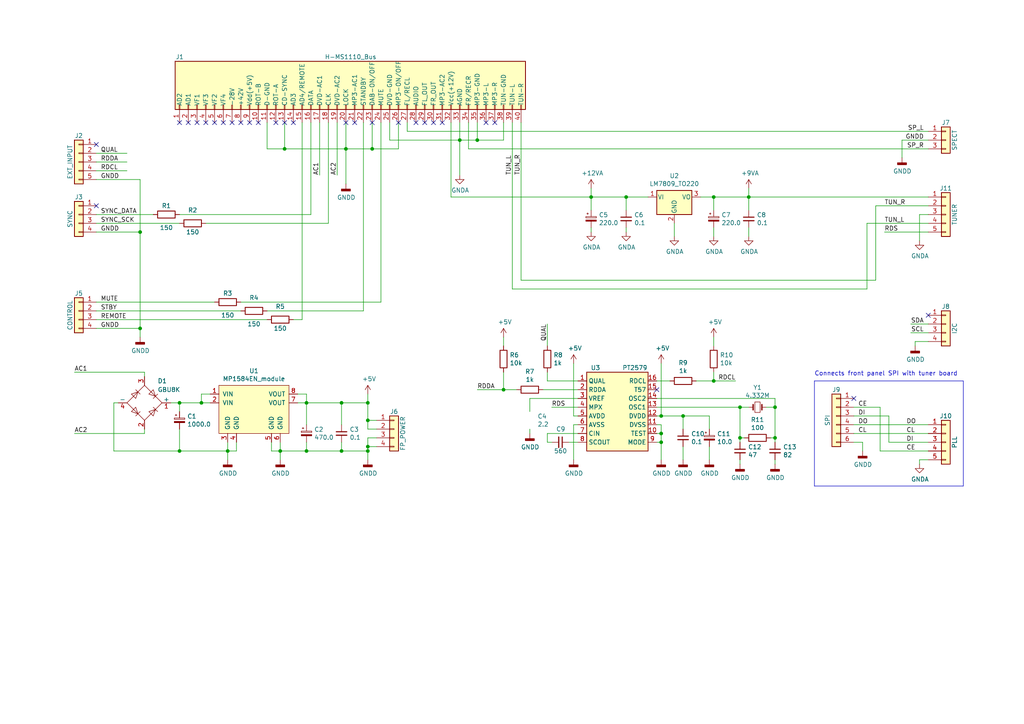
<source format=kicad_sch>
(kicad_sch (version 20230121) (generator eeschema)
  (paper "A4")
  (lib_symbols
    (symbol "Connector_Generic:Conn_01x03" (pin_names (offset 1.016) hide)
      (property "Reference" "J" (at 0 5.08 0))
      (property "Value" "Conn_01x03" (at 0 -5.08 0))
      (symbol "Conn_01x03_1_1"
        (rectangle (start -1.27 -2.413) (end 0 -2.667) (stroke (width 0.1524)))
        (rectangle (start -1.27 0.127) (end 0 -0.127) (stroke (width 0.1524)))
        (rectangle (start -1.27 2.667) (end 0 2.413) (stroke (width 0.1524)))
        (rectangle (start -1.27 3.81) (end 1.27 -3.81) (stroke (width 0.254)) (fill (type background)))
        (pin passive line (at -5.08 2.54 0) (length 3.81) (name "Pin_1") (number "1"))
        (pin passive line (at -5.08 0 0) (length 3.81) (name "Pin_2") (number "2"))
        (pin passive line (at -5.08 -2.54 0) (length 3.81) (name "Pin_3") (number "3"))
      )
    )
    (symbol "Connector_Generic:Conn_01x04" (pin_names (offset 1.016) hide)
      (property "Reference" "J" (at 0 5.08 0))
      (property "Value" "Conn_01x04" (at 0 -7.62 0))
      (symbol "Conn_01x04_1_1"
        (rectangle (start -1.27 -4.953) (end 0 -5.207) (stroke (width 0.1524)))
        (rectangle (start -1.27 -2.413) (end 0 -2.667) (stroke (width 0.1524)))
        (rectangle (start -1.27 0.127) (end 0 -0.127) (stroke (width 0.1524)))
        (rectangle (start -1.27 2.667) (end 0 2.413) (stroke (width 0.1524)))
        (rectangle (start -1.27 3.81) (end 1.27 -6.35) (stroke (width 0.254)) (fill (type background)))
        (pin passive line (at -5.08 2.54 0) (length 3.81) (name "Pin_1") (number "1"))
        (pin passive line (at -5.08 0 0) (length 3.81) (name "Pin_2") (number "2"))
        (pin passive line (at -5.08 -2.54 0) (length 3.81) (name "Pin_3") (number "3"))
        (pin passive line (at -5.08 -5.08 0) (length 3.81) (name "Pin_4") (number "4"))
      )
    )
    (symbol "Connector_Generic:Conn_01x05" (pin_names (offset 1.016) hide)
      (property "Reference" "J" (at 0 7.62 0))
      (property "Value" "Conn_01x05" (at 0 -7.62 0))
      (symbol "Conn_01x05_1_1"
        (rectangle (start -1.27 -4.953) (end 0 -5.207) (stroke (width 0.1524)))
        (rectangle (start -1.27 -2.413) (end 0 -2.667) (stroke (width 0.1524)))
        (rectangle (start -1.27 0.127) (end 0 -0.127) (stroke (width 0.1524)))
        (rectangle (start -1.27 2.667) (end 0 2.413) (stroke (width 0.1524)))
        (rectangle (start -1.27 5.207) (end 0 4.953) (stroke (width 0.1524)))
        (rectangle (start -1.27 6.35) (end 1.27 -6.35) (stroke (width 0.254)) (fill (type background)))
        (pin passive line (at -5.08 5.08 0) (length 3.81) (name "Pin_1") (number "1"))
        (pin passive line (at -5.08 2.54 0) (length 3.81) (name "Pin_2") (number "2"))
        (pin passive line (at -5.08 0 0) (length 3.81) (name "Pin_3") (number "3"))
        (pin passive line (at -5.08 -2.54 0) (length 3.81) (name "Pin_4") (number "4"))
        (pin passive line (at -5.08 -5.08 0) (length 3.81) (name "Pin_5") (number "5"))
      )
    )
    (symbol "Connector_Generic:Conn_01x06" (pin_names (offset 1.016) hide)
      (property "Reference" "J" (at 0 7.62 0))
      (property "Value" "Conn_01x06" (at 0 -10.16 0))
      (symbol "Conn_01x06_1_1"
        (rectangle (start -1.27 -7.493) (end 0 -7.747) (stroke (width 0.1524)))
        (rectangle (start -1.27 -4.953) (end 0 -5.207) (stroke (width 0.1524)))
        (rectangle (start -1.27 -2.413) (end 0 -2.667) (stroke (width 0.1524)))
        (rectangle (start -1.27 0.127) (end 0 -0.127) (stroke (width 0.1524)))
        (rectangle (start -1.27 2.667) (end 0 2.413) (stroke (width 0.1524)))
        (rectangle (start -1.27 5.207) (end 0 4.953) (stroke (width 0.1524)))
        (rectangle (start -1.27 6.35) (end 1.27 -8.89) (stroke (width 0.254)) (fill (type background)))
        (pin passive line (at -5.08 5.08 0) (length 3.81) (name "Pin_1") (number "1"))
        (pin passive line (at -5.08 2.54 0) (length 3.81) (name "Pin_2") (number "2"))
        (pin passive line (at -5.08 0 0) (length 3.81) (name "Pin_3") (number "3"))
        (pin passive line (at -5.08 -2.54 0) (length 3.81) (name "Pin_4") (number "4"))
        (pin passive line (at -5.08 -5.08 0) (length 3.81) (name "Pin_5") (number "5"))
        (pin passive line (at -5.08 -7.62 0) (length 3.81) (name "Pin_6") (number "6"))
      )
    )
    (symbol "Device:C_Polarized_Small" (pin_numbers hide) (pin_names (offset 0.254) hide)
      (property "Reference" "C" (at 0.254 1.778 0))
      (property "Value" "C_Polarized_Small" (at 0.254 -2.032 0))
      (symbol "C_Polarized_Small_0_1"
        (rectangle (start -1.524 -0.3048) (end 1.524 -0.6858) (fill (type outline)))
        (rectangle (start -1.524 0.6858) (end 1.524 0.3048))
        (polyline (pts (xy -1.27 1.524) (xy -0.762 1.524)))
        (polyline (pts (xy -1.016 1.27) (xy -1.016 1.778)))
      )
      (symbol "C_Polarized_Small_1_1"
        (pin passive line (at 0 2.54 270) (length 1.8542) (name "~") (number "1"))
        (pin passive line (at 0 -2.54 90) (length 1.8542) (name "~") (number "2"))
      )
    )
    (symbol "Device:C_Small" (pin_numbers hide) (pin_names (offset 0.254) hide)
      (property "Reference" "C" (at 0.254 1.778 0))
      (property "Value" "C_Small" (at 0.254 -2.032 0))
      (symbol "C_Small_0_1"
        (polyline (pts (xy -1.524 -0.508) (xy 1.524 -0.508)) (stroke (width 0.3302)))
        (polyline (pts (xy -1.524 0.508) (xy 1.524 0.508)) (stroke (width 0.3048)))
      )
      (symbol "C_Small_1_1"
        (pin passive line (at 0 2.54 270) (length 2.032) (name "~") (number "1"))
        (pin passive line (at 0 -2.54 90) (length 2.032) (name "~") (number "2"))
      )
    )
    (symbol "Device:Crystal_Small" (pin_numbers hide) (pin_names (offset 1.016) hide)
      (property "Reference" "Y" (at 0 2.54 0))
      (property "Value" "Crystal_Small" (at 0 -2.54 0))
      (symbol "Crystal_Small_0_1"
        (rectangle (start -0.762 -1.524) (end 0.762 1.524))
        (polyline (pts (xy -1.27 -0.762) (xy -1.27 0.762)) (stroke (width 0.381)))
        (polyline (pts (xy 1.27 -0.762) (xy 1.27 0.762)) (stroke (width 0.381)))
      )
      (symbol "Crystal_Small_1_1"
        (pin passive line (at -2.54 0 0) (length 1.27) (name "1") (number "1"))
        (pin passive line (at 2.54 0 180) (length 1.27) (name "2") (number "2"))
      )
    )
    (symbol "Device:R" (pin_numbers hide) (pin_names (offset 0))
      (property "Reference" "R" (at 2.032 0 90))
      (property "Value" "R" (at 0 0 90))
      (symbol "R_0_1"
        (rectangle (start -1.016 -2.54) (end 1.016 2.54) (stroke (width 0.254)))
      )
      (symbol "R_1_1"
        (pin passive line (at 0 3.81 270) (length 1.27) (name "~") (number "1"))
        (pin passive line (at 0 -3.81 90) (length 1.27) (name "~") (number "2"))
      )
    )
    (symbol "Diode_Bridge:GBU8K" (pin_names (offset 0))
      (property "Reference" "D" (at 2.54 6.985 0))
      (property "Value" "GBU8K" (at 2.54 5.08 0))
      (symbol "GBU8K_0_1"
        (polyline (pts (xy -2.54 3.81) (xy -1.27 2.54)))
        (polyline (pts (xy -1.27 -2.54) (xy -2.54 -3.81)))
        (polyline (pts (xy 2.54 -1.27) (xy 3.81 -2.54)))
        (polyline (pts (xy 2.54 1.27) (xy 3.81 2.54)))
        (polyline (pts (xy -3.81 2.54) (xy -2.54 1.27) (xy -1.905 3.175) (xy -3.81 2.54)))
        (polyline (pts (xy -2.54 -1.27) (xy -3.81 -2.54) (xy -1.905 -3.175) (xy -2.54 -1.27)))
        (polyline (pts (xy 1.27 2.54) (xy 2.54 3.81) (xy 3.175 1.905) (xy 1.27 2.54)))
        (polyline (pts (xy 3.175 -1.905) (xy 1.27 -2.54) (xy 2.54 -3.81) (xy 3.175 -1.905)))
        (polyline (pts (xy -5.08 0) (xy 0 -5.08) (xy 5.08 0) (xy 0 5.08) (xy -5.08 0)))
      )
      (symbol "GBU8K_1_1"
        (pin passive line (at 7.62 0 180) (length 2.54) (name "+") (number "1"))
        (pin passive line (at 0 -7.62 90) (length 2.54) (name "~") (number "2"))
        (pin passive line (at 0 7.62 270) (length 2.54) (name "~") (number "3"))
        (pin passive line (at -7.62 0 0) (length 2.54) (name "-") (number "4"))
      )
    )
    (symbol "Regulator_Linear:LM7809_TO220" (pin_names (offset 0.254))
      (property "Reference" "U" (at -3.81 3.175 0))
      (property "Value" "LM7809_TO220" (at 0 3.175 0))
      (symbol "LM7809_TO220_0_1"
        (rectangle (start -5.08 1.905) (end 5.08 -5.08) (stroke (width 0.254)) (fill (type background)))
      )
      (symbol "LM7809_TO220_1_1"
        (pin power_in line (at -7.62 0 0) (length 2.54) (name "VI") (number "1"))
        (pin power_in line (at 0 -7.62 90) (length 2.54) (name "GND") (number "2"))
        (pin power_out line (at 7.62 0 180) (length 2.54) (name "VO") (number "3"))
      )
    )
    (symbol "h-ms1110:H-MS1110_Bus_connector" (pin_names (offset 1.016))
      (property "Reference" "J" (at -5.08 50.8 0))
      (property "Value" "H-MS1110_Bus_connector" (at -5.08 -53.34 0))
      (symbol "H-MS1110_Bus_connector_1_1"
        (rectangle (start -6.35 -50.673) (end -5.08 -50.927) (stroke (width 0.1524)))
        (rectangle (start -6.35 -48.133) (end -5.08 -48.387) (stroke (width 0.1524)))
        (rectangle (start -6.35 -45.593) (end -5.08 -45.847) (stroke (width 0.1524)))
        (rectangle (start -6.35 -43.053) (end -5.08 -43.307) (stroke (width 0.1524)))
        (rectangle (start -6.35 -40.513) (end -5.08 -40.767) (stroke (width 0.1524)))
        (rectangle (start -6.35 -37.973) (end -5.08 -38.227) (stroke (width 0.1524)))
        (rectangle (start -6.35 -35.433) (end -5.08 -35.687) (stroke (width 0.1524)))
        (rectangle (start -6.35 -32.893) (end -5.08 -33.147) (stroke (width 0.1524)))
        (rectangle (start -6.35 -30.353) (end -5.08 -30.607) (stroke (width 0.1524)))
        (rectangle (start -6.35 -27.813) (end -5.08 -28.067) (stroke (width 0.1524)))
        (rectangle (start -6.35 -25.273) (end -5.08 -25.527) (stroke (width 0.1524)))
        (rectangle (start -6.35 -22.733) (end -5.08 -22.987) (stroke (width 0.1524)))
        (rectangle (start -6.35 -20.193) (end -5.08 -20.447) (stroke (width 0.1524)))
        (rectangle (start -6.35 -17.653) (end -5.08 -17.907) (stroke (width 0.1524)))
        (rectangle (start -6.35 -15.113) (end -5.08 -15.367) (stroke (width 0.1524)))
        (rectangle (start -6.35 -12.573) (end -5.08 -12.827) (stroke (width 0.1524)))
        (rectangle (start -6.35 -10.033) (end -5.08 -10.287) (stroke (width 0.1524)))
        (rectangle (start -6.35 -7.493) (end -5.08 -7.747) (stroke (width 0.1524)))
        (rectangle (start -6.35 -4.953) (end -5.08 -5.207) (stroke (width 0.1524)))
        (rectangle (start -6.35 -2.413) (end -5.08 -2.667) (stroke (width 0.1524)))
        (rectangle (start -6.35 0.127) (end -5.08 -0.127) (stroke (width 0.1524)))
        (rectangle (start -6.35 2.667) (end -5.08 2.413) (stroke (width 0.1524)))
        (rectangle (start -6.35 5.207) (end -5.08 4.953) (stroke (width 0.1524)))
        (rectangle (start -6.35 7.747) (end -5.08 7.493) (stroke (width 0.1524)))
        (rectangle (start -6.35 10.287) (end -5.08 10.033) (stroke (width 0.1524)))
        (rectangle (start -6.35 12.827) (end -5.08 12.573) (stroke (width 0.1524)))
        (rectangle (start -6.35 15.367) (end -5.08 15.113) (stroke (width 0.1524)))
        (rectangle (start -6.35 17.907) (end -5.08 17.653) (stroke (width 0.1524)))
        (rectangle (start -6.35 20.447) (end -5.08 20.193) (stroke (width 0.1524)))
        (rectangle (start -6.35 22.987) (end -5.08 22.733) (stroke (width 0.1524)))
        (rectangle (start -6.35 25.527) (end -5.08 25.273) (stroke (width 0.1524)))
        (rectangle (start -6.35 28.067) (end -5.08 27.813) (stroke (width 0.1524)))
        (rectangle (start -6.35 30.607) (end -5.08 30.353) (stroke (width 0.1524)))
        (rectangle (start -6.35 33.147) (end -5.08 32.893) (stroke (width 0.1524)))
        (rectangle (start -6.35 35.687) (end -5.08 35.433) (stroke (width 0.1524)))
        (rectangle (start -6.35 38.227) (end -5.08 37.973) (stroke (width 0.1524)))
        (rectangle (start -6.35 40.767) (end -5.08 40.513) (stroke (width 0.1524)))
        (rectangle (start -6.35 43.307) (end -5.08 43.053) (stroke (width 0.1524)))
        (rectangle (start -6.35 45.847) (end -5.08 45.593) (stroke (width 0.1524)))
        (rectangle (start -6.35 48.387) (end -5.08 48.133) (stroke (width 0.1524)))
        (rectangle (start -6.35 49.53) (end 7.62 -52.07) (stroke (width 0.254)) (fill (type background)))
        (pin passive line (at -10.16 48.26 0) (length 3.81) (name "AD2") (number "1"))
        (pin passive line (at -10.16 25.4 0) (length 3.81) (name "ROT-B") (number "10"))
        (pin passive line (at -10.16 22.86 0) (length 3.81) (name "D-GND") (number "11"))
        (pin passive line (at -10.16 20.32 0) (length 3.81) (name "ROT-A") (number "12"))
        (pin passive line (at -10.16 17.78 0) (length 3.81) (name "CD-SYNC") (number "13"))
        (pin passive line (at -10.16 15.24 0) (length 3.81) (name "AD3") (number "14"))
        (pin passive line (at -10.16 12.7 0) (length 3.81) (name "AD4/REMOTE") (number "15"))
        (pin passive line (at -10.16 10.16 0) (length 3.81) (name "DATA") (number "16"))
        (pin passive line (at -10.16 7.62 0) (length 3.81) (name "DVD-AC1") (number "17"))
        (pin passive line (at -10.16 5.08 0) (length 3.81) (name "CLK") (number "18"))
        (pin passive line (at -10.16 2.54 0) (length 3.81) (name "DVD-AC2") (number "19"))
        (pin passive line (at -10.16 45.72 0) (length 3.81) (name "AD1") (number "2"))
        (pin passive line (at -10.16 0 0) (length 3.81) (name "LOCK") (number "20"))
        (pin passive line (at -10.16 -2.54 0) (length 3.81) (name "MP3-AC1") (number "21"))
        (pin passive line (at -10.16 -5.08 0) (length 3.81) (name "STANDBY") (number "22"))
        (pin passive line (at -10.16 -7.62 0) (length 3.81) (name "DAB-ON/OFF") (number "23"))
        (pin passive line (at -10.16 -10.16 0) (length 3.81) (name "MUTE") (number "24"))
        (pin passive line (at -10.16 -12.7 0) (length 3.81) (name "DVD-GND") (number "25"))
        (pin passive line (at -10.16 -15.24 0) (length 3.81) (name "MP3-ON/OFF") (number "26"))
        (pin passive line (at -10.16 -17.78 0) (length 3.81) (name "FL/RECL") (number "27"))
        (pin passive line (at -10.16 -20.32 0) (length 3.81) (name "AUDIO") (number "28"))
        (pin passive line (at -10.16 -22.86 0) (length 3.81) (name "FL_OUT") (number "29"))
        (pin passive line (at -10.16 43.18 0) (length 3.81) (name "VF1") (number "3"))
        (pin passive line (at -10.16 -25.4 0) (length 3.81) (name "FR_OUT") (number "30"))
        (pin passive line (at -10.16 -27.94 0) (length 3.81) (name "MP3-AC2") (number "31"))
        (pin passive line (at -10.16 -30.48 0) (length 3.81) (name "Vcc(+12V)") (number "32"))
        (pin passive line (at -10.16 -33.02 0) (length 3.81) (name "AGND") (number "33"))
        (pin passive line (at -10.16 -35.56 0) (length 3.81) (name "FR/RECR") (number "34"))
        (pin passive line (at -10.16 -38.1 0) (length 3.81) (name "MP3-GND") (number "35"))
        (pin passive line (at -10.16 -40.64 0) (length 3.81) (name "MP3-L") (number "36"))
        (pin passive line (at -10.16 -43.18 0) (length 3.81) (name "MP3-R") (number "37"))
        (pin passive line (at -10.16 -45.72 0) (length 3.81) (name "TUN-GND") (number "38"))
        (pin passive line (at -10.16 -48.26 0) (length 3.81) (name "TUN-L") (number "39"))
        (pin passive line (at -10.16 40.64 0) (length 3.81) (name "VF3") (number "4"))
        (pin passive line (at -10.16 -50.8 0) (length 3.81) (name "TUN-R") (number "40"))
        (pin passive line (at -10.16 38.1 0) (length 3.81) (name "VF2") (number "5"))
        (pin passive line (at -10.16 35.56 0) (length 3.81) (name "VF4") (number "6"))
        (pin passive line (at -10.16 33.02 0) (length 3.81) (name "-28V") (number "7"))
        (pin passive line (at -10.16 30.48 0) (length 3.81) (name "+42V") (number "8"))
        (pin passive line (at -10.16 27.94 0) (length 3.81) (name "Vdd(+5V)") (number "9"))
      )
    )
    (symbol "h-ms1110:MP1584EN_module" (pin_names (offset 1.016))
      (property "Reference" "U" (at -8.89 10.16 0))
      (property "Value" "MP1584EN_module" (at 0 1.27 0))
      (symbol "MP1584EN_module_0_1"
        (rectangle (start -10.16 8.89) (end 10.16 -5.08) (fill (type background)))
      )
      (symbol "MP1584EN_module_1_1"
        (pin power_in line (at -12.7 6.35 0) (length 2.54) (name "VIN") (number "1"))
        (pin power_in line (at -12.7 3.81 0) (length 2.54) (name "VIN") (number "2"))
        (pin power_in line (at -7.62 -7.62 90) (length 2.54) (name "GND") (number "3"))
        (pin power_in line (at -5.08 -7.62 90) (length 2.54) (name "GND") (number "4"))
        (pin power_in line (at 5.08 -7.62 90) (length 2.54) (name "GND") (number "5"))
        (pin power_in line (at 7.62 -7.62 90) (length 2.54) (name "GND") (number "6"))
        (pin power_out line (at 12.7 3.81 180) (length 2.54) (name "VOUT") (number "7"))
        (pin power_out line (at 12.7 6.35 180) (length 2.54) (name "VOUT") (number "8"))
      )
    )
    (symbol "h-ms1110:PT2579"
      (property "Reference" "U" (at 0 12.7 0))
      (property "Value" "PT2579" (at 0 -12.7 0))
      (symbol "PT2579_0_1"
        (rectangle (start -8.89 11.43) (end 8.89 -11.43) (stroke (width 0.254)) (fill (type background)))
      )
      (symbol "PT2579_1_1"
        (pin output line (at -11.43 8.89 0) (length 2.54) (name "QUAL") (number "1"))
        (pin input line (at 11.43 -6.35 180) (length 2.54) (name "TEST") (number "10"))
        (pin power_in line (at 11.43 -3.81 180) (length 2.54) (name "DVSS") (number "11"))
        (pin power_in line (at 11.43 -1.27 180) (length 2.54) (name "DVDD") (number "12"))
        (pin input line (at 11.43 1.27 180) (length 2.54) (name "OSC1") (number "13"))
        (pin output line (at 11.43 3.81 180) (length 2.54) (name "OSC2") (number "14"))
        (pin output line (at 11.43 6.35 180) (length 2.54) (name "T57") (number "15"))
        (pin power_out line (at 11.43 8.89 180) (length 2.54) (name "RDCL") (number "16"))
        (pin output line (at -11.43 6.35 0) (length 2.54) (name "RDDA") (number "2"))
        (pin passive line (at -11.43 3.81 0) (length 2.54) (name "VREF") (number "3"))
        (pin input line (at -11.43 1.27 0) (length 2.54) (name "MPX") (number "4"))
        (pin power_in line (at -11.43 -1.27 0) (length 2.54) (name "AVDD") (number "5"))
        (pin power_in line (at -11.43 -3.81 0) (length 2.54) (name "AVSS") (number "6"))
        (pin input line (at -11.43 -6.35 0) (length 2.54) (name "CIN") (number "7"))
        (pin output line (at -11.43 -8.89 0) (length 2.54) (name "SCOUT") (number "8"))
        (pin input line (at 11.43 -8.89 180) (length 2.54) (name "MODE") (number "9"))
      )
    )
    (symbol "power:+12VA" (power) (pin_names (offset 0))
      (property "Value" "+12VA" (at 0 3.556 0))
      (symbol "+12VA_0_1"
        (polyline (pts (xy -0.762 1.27) (xy 0 2.54)))
        (polyline (pts (xy 0 0) (xy 0 2.54)))
        (polyline (pts (xy 0 2.54) (xy 0.762 1.27)))
      )
      (symbol "+12VA_1_1"
        (pin power_in line (at 0 0 90) (length 0) hide (name "+12VA") (number "1"))
      )
    )
    (symbol "power:+5V" (power) (pin_names (offset 0))
      (property "Value" "+5V" (at 0 3.556 0))
      (symbol "+5V_0_1"
        (polyline (pts (xy -0.762 1.27) (xy 0 2.54)))
        (polyline (pts (xy 0 0) (xy 0 2.54)))
        (polyline (pts (xy 0 2.54) (xy 0.762 1.27)))
      )
      (symbol "+5V_1_1"
        (pin power_in line (at 0 0 90) (length 0) hide (name "+5V") (number "1"))
      )
    )
    (symbol "power:+9VA" (power) (pin_names (offset 0))
      (property "Value" "+9VA" (at 0 3.81 0))
      (symbol "+9VA_0_1"
        (polyline (pts (xy -0.762 1.27) (xy 0 2.54)))
        (polyline (pts (xy 0 0) (xy 0 2.54)))
        (polyline (pts (xy 0 2.54) (xy 0.762 1.27)))
      )
      (symbol "+9VA_1_1"
        (pin power_in line (at 0 0 90) (length 0) hide (name "+9VA") (number "1"))
      )
    )
    (symbol "power:GNDA" (power) (pin_names (offset 0))
      (property "Value" "GNDA" (at 0 -3.81 0))
      (symbol "GNDA_0_1"
        (polyline (pts (xy 0 0) (xy 0 -1.27) (xy 1.27 -1.27) (xy 0 -2.54) (xy -1.27 -1.27) (xy 0 -1.27)))
      )
      (symbol "GNDA_1_1"
        (pin power_in line (at 0 0 270) (length 0) hide (name "GNDA") (number "1"))
      )
    )
    (symbol "power:GNDD" (power) (pin_names (offset 0))
      (property "Value" "GNDD" (at 0 -3.175 0))
      (symbol "GNDD_0_1"
        (rectangle (start -1.27 -1.524) (end 1.27 -2.032) (stroke (width 0.254)) (fill (type outline)))
        (polyline (pts (xy 0 0) (xy 0 -1.524)))
      )
      (symbol "GNDD_1_1"
        (pin power_in line (at 0 0 270) (length 0) hide (name "GNDD") (number "1"))
      )
    )
  )
  (junction (at 106.68 129.54))
  (junction (at 198.12 120.65))
  (junction (at 207.01 110.49))
  (junction (at 224.79 118.11))
  (junction (at 214.63 118.11))
  (junction (at 106.68 130.81))
  (junction (at 207.01 57.15))
  (junction (at 138.43 40.64))
  (junction (at 88.9 116.84))
  (junction (at 40.64 67.31))
  (junction (at 146.05 113.03))
  (junction (at 58.42 116.84))
  (junction (at 181.61 57.15))
  (junction (at 81.28 130.81))
  (junction (at 52.07 116.84))
  (junction (at 191.77 128.27))
  (junction (at 224.79 127))
  (junction (at 106.68 116.84))
  (junction (at 40.64 95.25))
  (junction (at 100.33 43.18))
  (junction (at 99.06 116.84))
  (junction (at 99.06 130.81))
  (junction (at 66.04 130.81))
  (junction (at 82.55 43.18))
  (junction (at 107.95 43.18))
  (junction (at 52.07 130.81))
  (junction (at 133.35 40.64))
  (junction (at 191.77 125.73))
  (junction (at 191.77 120.65))
  (junction (at 214.63 127))
  (junction (at 88.9 130.81))
  (junction (at 171.45 57.15))
  (junction (at 217.17 57.15))
  (junction (at 106.68 121.92))
  (no_connect (at 52.07 35.56))
  (no_connect (at 74.93 35.56))
  (no_connect (at 27.94 41.91))
  (no_connect (at 85.09 35.56))
  (no_connect (at 100.33 35.56))
  (no_connect (at 140.97 35.56))
  (no_connect (at 125.73 35.56))
  (no_connect (at 107.95 35.56))
  (no_connect (at 67.31 35.56))
  (no_connect (at 59.69 35.56))
  (no_connect (at 123.19 35.56))
  (no_connect (at 115.57 35.56))
  (no_connect (at 102.87 35.56))
  (no_connect (at 27.94 59.69))
  (no_connect (at 62.23 35.56))
  (no_connect (at 54.61 35.56))
  (no_connect (at 82.55 35.56))
  (no_connect (at 128.27 35.56))
  (no_connect (at 247.65 115.57))
  (no_connect (at 57.15 35.56))
  (no_connect (at 143.51 35.56))
  (no_connect (at 72.39 35.56))
  (no_connect (at 80.01 35.56))
  (no_connect (at 69.85 35.56))
  (no_connect (at 120.65 35.56))
  (no_connect (at 190.5 113.03))
  (no_connect (at 269.24 91.44))
  (no_connect (at 64.77 35.56))
  (wire (pts (xy 207.01 110.49) (xy 213.36 110.49)))
  (wire (pts (xy 52.07 130.81) (xy 66.04 130.81)))
  (wire (pts (xy 86.36 114.3) (xy 88.9 114.3)))
  (wire (pts (xy 60.96 114.3) (xy 58.42 114.3)))
  (wire (pts (xy 86.36 116.84) (xy 88.9 116.84)))
  (wire (pts (xy 269.24 40.64) (xy 261.62 40.64)))
  (wire (pts (xy 78.74 128.27) (xy 78.74 130.81)))
  (wire (pts (xy 146.05 107.95) (xy 146.05 113.03)))
  (wire (pts (xy 69.85 87.63) (xy 110.49 87.63)))
  (wire (pts (xy 81.28 130.81) (xy 88.9 130.81)))
  (wire (pts (xy 66.04 133.35) (xy 66.04 130.81)))
  (wire (pts (xy 247.65 120.65) (xy 257.81 120.65)))
  (wire (pts (xy 265.43 99.06) (xy 265.43 100.33)))
  (wire (pts (xy 85.09 92.71) (xy 87.63 92.71)))
  (wire (pts (xy 266.7 133.35) (xy 266.7 134.62)))
  (wire (pts (xy 105.41 35.56) (xy 105.41 90.17)))
  (wire (pts (xy 151.13 81.28) (xy 254 81.28)))
  (wire (pts (xy 138.43 40.64) (xy 146.05 40.64)))
  (wire (pts (xy 217.17 57.15) (xy 207.01 57.15)))
  (wire (pts (xy 215.9 127) (xy 214.63 127)))
  (wire (pts (xy 58.42 114.3) (xy 58.42 116.84)))
  (wire (pts (xy 99.06 130.81) (xy 106.68 130.81)))
  (wire (pts (xy 217.17 118.11) (xy 214.63 118.11)))
  (wire (pts (xy 81.28 133.35) (xy 81.28 130.81)))
  (wire (pts (xy 138.43 40.64) (xy 133.35 40.64)))
  (wire (pts (xy 214.63 118.11) (xy 190.5 118.11)))
  (wire (pts (xy 100.33 43.18) (xy 100.33 35.56)))
  (wire (pts (xy 99.06 128.27) (xy 99.06 130.81)))
  (wire (pts (xy 27.94 52.07) (xy 40.64 52.07)))
  (wire (pts (xy 59.69 64.77) (xy 95.25 64.77)))
  (wire (pts (xy 269.24 96.52) (xy 264.16 96.52)))
  (wire (pts (xy 52.07 124.46) (xy 52.07 130.81)))
  (wire (pts (xy 92.71 35.56) (xy 92.71 50.8)))
  (wire (pts (xy 40.64 67.31) (xy 40.64 52.07)))
  (wire (pts (xy 255.27 118.11) (xy 255.27 130.81)))
  (wire (pts (xy 148.59 35.56) (xy 148.59 83.82)))
  (wire (pts (xy 205.74 120.65) (xy 205.74 124.46)))
  (wire (pts (xy 52.07 116.84) (xy 49.53 116.84)))
  (wire (pts (xy 205.74 129.54) (xy 205.74 133.35)))
  (wire (pts (xy 171.45 54.61) (xy 171.45 57.15)))
  (wire (pts (xy 148.59 83.82) (xy 251.46 83.82)))
  (wire (pts (xy 58.42 116.84) (xy 60.96 116.84)))
  (wire (pts (xy 146.05 35.56) (xy 146.05 40.64)))
  (wire (pts (xy 106.68 129.54) (xy 106.68 130.81)))
  (wire (pts (xy 214.63 127) (xy 214.63 128.27)))
  (wire (pts (xy 130.81 35.56) (xy 130.81 57.15)))
  (wire (pts (xy 251.46 64.77) (xy 269.24 64.77)))
  (wire (pts (xy 191.77 120.65) (xy 191.77 105.41)))
  (wire (pts (xy 41.91 109.22) (xy 41.91 107.95)))
  (wire (pts (xy 257.81 120.65) (xy 257.81 128.27)))
  (wire (pts (xy 247.65 123.19) (xy 269.24 123.19)))
  (wire (pts (xy 171.45 57.15) (xy 181.61 57.15)))
  (wire (pts (xy 217.17 57.15) (xy 269.24 57.15)))
  (wire (pts (xy 88.9 116.84) (xy 99.06 116.84)))
  (wire (pts (xy 217.17 54.61) (xy 217.17 57.15)))
  (wire (pts (xy 157.48 113.03) (xy 167.64 113.03)))
  (wire (pts (xy 190.5 128.27) (xy 191.77 128.27)))
  (wire (pts (xy 138.43 40.64) (xy 138.43 35.56)))
  (wire (pts (xy 167.64 118.11) (xy 160.02 118.11)))
  (wire (pts (xy 110.49 35.56) (xy 110.49 87.63)))
  (wire (pts (xy 52.07 116.84) (xy 58.42 116.84)))
  (polyline (pts (xy 236.22 110.49) (xy 236.22 140.97)))
  (wire (pts (xy 100.33 43.18) (xy 82.55 43.18)))
  (wire (pts (xy 27.94 62.23) (xy 44.45 62.23)))
  (wire (pts (xy 214.63 118.11) (xy 214.63 127)))
  (wire (pts (xy 198.12 120.65) (xy 198.12 124.46)))
  (wire (pts (xy 190.5 120.65) (xy 191.77 120.65)))
  (wire (pts (xy 198.12 120.65) (xy 205.74 120.65)))
  (wire (pts (xy 82.55 43.18) (xy 77.47 43.18)))
  (wire (pts (xy 27.94 44.45) (xy 36.83 44.45)))
  (wire (pts (xy 77.47 90.17) (xy 105.41 90.17)))
  (wire (pts (xy 99.06 116.84) (xy 106.68 116.84)))
  (wire (pts (xy 158.75 125.73) (xy 158.75 128.27)))
  (wire (pts (xy 194.31 110.49) (xy 190.5 110.49)))
  (wire (pts (xy 207.01 57.15) (xy 203.2 57.15)))
  (wire (pts (xy 106.68 114.3) (xy 106.68 116.84)))
  (wire (pts (xy 133.35 50.8) (xy 133.35 40.64)))
  (wire (pts (xy 100.33 53.34) (xy 100.33 43.18)))
  (wire (pts (xy 115.57 35.56) (xy 115.57 43.18)))
  (wire (pts (xy 181.61 67.31) (xy 181.61 66.04)))
  (wire (pts (xy 138.43 113.03) (xy 146.05 113.03)))
  (wire (pts (xy 106.68 127) (xy 106.68 129.54)))
  (wire (pts (xy 133.35 40.64) (xy 113.03 40.64)))
  (wire (pts (xy 146.05 97.79) (xy 146.05 100.33)))
  (wire (pts (xy 195.58 68.58) (xy 195.58 64.77)))
  (wire (pts (xy 135.89 43.18) (xy 269.24 43.18)))
  (wire (pts (xy 153.67 125.73) (xy 153.67 124.46)))
  (wire (pts (xy 166.37 123.19) (xy 166.37 133.35)))
  (wire (pts (xy 52.07 62.23) (xy 90.17 62.23)))
  (wire (pts (xy 217.17 68.58) (xy 217.17 66.04)))
  (wire (pts (xy 223.52 127) (xy 224.79 127)))
  (wire (pts (xy 135.89 43.18) (xy 135.89 35.56)))
  (wire (pts (xy 88.9 130.81) (xy 99.06 130.81)))
  (wire (pts (xy 27.94 49.53) (xy 36.83 49.53)))
  (wire (pts (xy 191.77 123.19) (xy 190.5 123.19)))
  (wire (pts (xy 224.79 127) (xy 224.79 118.11)))
  (wire (pts (xy 167.64 123.19) (xy 166.37 123.19)))
  (wire (pts (xy 88.9 114.3) (xy 88.9 116.84)))
  (wire (pts (xy 33.02 116.84) (xy 34.29 116.84)))
  (wire (pts (xy 66.04 128.27) (xy 66.04 130.81)))
  (wire (pts (xy 106.68 130.81) (xy 106.68 133.35)))
  (wire (pts (xy 109.22 121.92) (xy 106.68 121.92)))
  (wire (pts (xy 247.65 125.73) (xy 269.24 125.73)))
  (wire (pts (xy 41.91 125.73) (xy 21.59 125.73)))
  (wire (pts (xy 250.19 130.81) (xy 250.19 128.27)))
  (wire (pts (xy 33.02 116.84) (xy 33.02 130.81)))
  (wire (pts (xy 149.86 113.03) (xy 146.05 113.03)))
  (wire (pts (xy 115.57 43.18) (xy 107.95 43.18)))
  (wire (pts (xy 95.25 64.77) (xy 95.25 35.56)))
  (wire (pts (xy 167.64 120.65) (xy 166.37 120.65)))
  (wire (pts (xy 190.5 125.73) (xy 191.77 125.73)))
  (wire (pts (xy 107.95 43.18) (xy 100.33 43.18)))
  (wire (pts (xy 158.75 110.49) (xy 158.75 107.95)))
  (wire (pts (xy 118.11 38.1) (xy 118.11 35.56)))
  (wire (pts (xy 90.17 62.23) (xy 90.17 35.56)))
  (wire (pts (xy 269.24 133.35) (xy 266.7 133.35)))
  (wire (pts (xy 254 59.69) (xy 269.24 59.69)))
  (wire (pts (xy 158.75 93.98) (xy 158.75 100.33)))
  (wire (pts (xy 106.68 116.84) (xy 106.68 121.92)))
  (wire (pts (xy 77.47 35.56) (xy 77.47 43.18)))
  (wire (pts (xy 166.37 120.65) (xy 166.37 105.41)))
  (wire (pts (xy 207.01 107.95) (xy 207.01 110.49)))
  (wire (pts (xy 207.01 110.49) (xy 201.93 110.49)))
  (wire (pts (xy 27.94 64.77) (xy 52.07 64.77)))
  (wire (pts (xy 171.45 60.96) (xy 171.45 57.15)))
  (wire (pts (xy 255.27 130.81) (xy 269.24 130.81)))
  (wire (pts (xy 27.94 46.99) (xy 36.83 46.99)))
  (wire (pts (xy 167.64 115.57) (xy 153.67 115.57)))
  (wire (pts (xy 191.77 128.27) (xy 191.77 133.35)))
  (wire (pts (xy 99.06 116.84) (xy 99.06 123.19)))
  (wire (pts (xy 167.64 128.27) (xy 165.1 128.27)))
  (wire (pts (xy 224.79 127) (xy 224.79 128.27)))
  (wire (pts (xy 109.22 127) (xy 106.68 127)))
  (polyline (pts (xy 279.4 110.49) (xy 236.22 110.49)))
  (wire (pts (xy 27.94 92.71) (xy 77.47 92.71)))
  (wire (pts (xy 40.64 95.25) (xy 40.64 97.79)))
  (wire (pts (xy 191.77 125.73) (xy 191.77 128.27)))
  (wire (pts (xy 97.79 35.56) (xy 97.79 50.8)))
  (wire (pts (xy 171.45 67.31) (xy 171.45 66.04)))
  (wire (pts (xy 190.5 115.57) (xy 224.79 115.57)))
  (wire (pts (xy 40.64 67.31) (xy 40.64 95.25)))
  (wire (pts (xy 41.91 124.46) (xy 41.91 125.73)))
  (wire (pts (xy 107.95 43.18) (xy 107.95 35.56)))
  (wire (pts (xy 254 81.28) (xy 254 59.69)))
  (wire (pts (xy 224.79 118.11) (xy 222.25 118.11)))
  (wire (pts (xy 68.58 130.81) (xy 66.04 130.81)))
  (wire (pts (xy 40.64 67.31) (xy 27.94 67.31)))
  (polyline (pts (xy 236.22 140.97) (xy 279.4 140.97)))
  (wire (pts (xy 261.62 40.64) (xy 261.62 45.72)))
  (wire (pts (xy 118.11 38.1) (xy 269.24 38.1)))
  (wire (pts (xy 214.63 134.62) (xy 214.63 133.35)))
  (wire (pts (xy 167.64 125.73) (xy 158.75 125.73)))
  (wire (pts (xy 109.22 124.46) (xy 106.68 124.46)))
  (wire (pts (xy 266.7 69.85) (xy 266.7 62.23)))
  (wire (pts (xy 41.91 107.95) (xy 21.59 107.95)))
  (wire (pts (xy 109.22 129.54) (xy 106.68 129.54)))
  (wire (pts (xy 88.9 128.27) (xy 88.9 130.81)))
  (wire (pts (xy 151.13 35.56) (xy 151.13 81.28)))
  (wire (pts (xy 266.7 62.23) (xy 269.24 62.23)))
  (wire (pts (xy 191.77 120.65) (xy 198.12 120.65)))
  (wire (pts (xy 158.75 128.27) (xy 160.02 128.27)))
  (wire (pts (xy 133.35 40.64) (xy 133.35 35.56)))
  (wire (pts (xy 224.79 134.62) (xy 224.79 133.35)))
  (wire (pts (xy 87.63 35.56) (xy 87.63 92.71)))
  (wire (pts (xy 88.9 116.84) (xy 88.9 123.19)))
  (wire (pts (xy 82.55 43.18) (xy 82.55 35.56)))
  (wire (pts (xy 78.74 130.81) (xy 81.28 130.81)))
  (wire (pts (xy 27.94 90.17) (xy 69.85 90.17)))
  (wire (pts (xy 269.24 67.31) (xy 256.54 67.31)))
  (wire (pts (xy 198.12 133.35) (xy 198.12 129.54)))
  (wire (pts (xy 27.94 95.25) (xy 40.64 95.25)))
  (wire (pts (xy 247.65 118.11) (xy 255.27 118.11)))
  (wire (pts (xy 68.58 128.27) (xy 68.58 130.81)))
  (wire (pts (xy 106.68 124.46) (xy 106.68 121.92)))
  (wire (pts (xy 251.46 83.82) (xy 251.46 64.77)))
  (wire (pts (xy 153.67 115.57) (xy 153.67 119.38)))
  (wire (pts (xy 207.01 100.33) (xy 207.01 97.79)))
  (polyline (pts (xy 279.4 140.97) (xy 279.4 110.49)))
  (wire (pts (xy 191.77 123.19) (xy 191.77 125.73)))
  (wire (pts (xy 217.17 57.15) (xy 217.17 60.96)))
  (wire (pts (xy 27.94 87.63) (xy 62.23 87.63)))
  (wire (pts (xy 52.07 119.38) (xy 52.07 116.84)))
  (wire (pts (xy 113.03 40.64) (xy 113.03 35.56)))
  (wire (pts (xy 167.64 110.49) (xy 158.75 110.49)))
  (wire (pts (xy 269.24 93.98) (xy 264.16 93.98)))
  (wire (pts (xy 269.24 99.06) (xy 265.43 99.06)))
  (wire (pts (xy 130.81 57.15) (xy 171.45 57.15)))
  (wire (pts (xy 250.19 128.27) (xy 247.65 128.27)))
  (wire (pts (xy 224.79 115.57) (xy 224.79 118.11)))
  (wire (pts (xy 181.61 57.15) (xy 187.96 57.15)))
  (wire (pts (xy 181.61 60.96) (xy 181.61 57.15)))
  (wire (pts (xy 207.01 66.04) (xy 207.01 68.58)))
  (wire (pts (xy 33.02 130.81) (xy 52.07 130.81)))
  (wire (pts (xy 257.81 128.27) (xy 269.24 128.27)))
  (wire (pts (xy 207.01 60.96) (xy 207.01 57.15)))
  (wire (pts (xy 81.28 130.81) (xy 81.28 128.27)))
  (text "Connects front panel SPI with tuner board" (at 236.22 109.22 0) (effects (font (size 1.27 1.27)) (justify left bottom)))
  (label "TUN_R" (at 151.13 50.8 90))
  (label "RDDA" (at 138.43 113.03 0))
  (label "RDDA" (at 29.21 46.99 0))
  (label "TUN_L" (at 256.54 64.77 0))
  (label "SCL" (at 267.97 96.52 180))
  (label "DO" (at 262.89 123.19 0))
  (label "RDS" (at 160.02 118.11 0))
  (label "TUN_L" (at 148.59 50.8 90))
  (label "SYNC_DATA" (at 29.21 62.23 0))
  (label "CE" (at 248.92 118.11 0))
  (label "MUTE" (at 29.21 87.63 0))
  (label "RDS" (at 256.54 67.31 0))
  (label "QUAL" (at 29.21 44.45 0))
  (label "CE" (at 262.89 130.81 0))
  (label "AC2" (at 97.79 50.8 90))
  (label "DI" (at 248.92 120.65 0))
  (label "DI" (at 262.89 128.27 0))
  (label "CL" (at 248.92 125.73 0))
  (label "GNDD" (at 29.21 67.31 0))
  (label "GNDD" (at 29.21 52.07 0))
  (label "AC2" (at 21.59 125.73 0))
  (label "SYNC_SCK" (at 29.21 64.77 0))
  (label "SDA" (at 267.97 93.98 180))
  (label "SP_R" (at 267.97 43.18 180))
  (label "RDCL" (at 213.36 110.49 180))
  (label "STBY" (at 29.21 90.17 0))
  (label "DO" (at 248.92 123.19 0))
  (label "TUN_R" (at 256.54 59.69 0))
  (label "QUAL" (at 158.75 93.98 270))
  (label "GNDD" (at 267.97 40.64 180))
  (label "RDCL" (at 29.21 49.53 0))
  (label "CL" (at 262.89 125.73 0))
  (label "GNDD" (at 29.21 95.25 0))
  (label "AC1" (at 92.71 50.8 90))
  (label "AC1" (at 21.59 107.95 0))
  (label "SP_L" (at 267.97 38.1 180))
  (label "REMOTE" (at 29.21 92.71 0))
  (symbol (lib_id "Connector_Generic:Conn_01x04") (at 274.32 93.98 0) (unit 1)
    (property "Reference" "J8" (at 274.32 88.9 0))
    (property "Value" "I2C" (at 276.86 95.25 90))
    (property "Footprint" "Connector_JST:JST_EH_B4B-EH-A_1x04_P2.50mm_Vertical" (effects hide))
  )
  (symbol (lib_id "power:GNDD") (at 265.43 100.33 0) (unit 1)
    (property "Reference" "#PWR0101" (effects hide))
    (property "Value" "GNDD" (at 265.5316 104.267 0))
  )
  (symbol (lib_id "Connector_Generic:Conn_01x05") (at 22.86 46.99 0) (mirror y) (unit 1)
    (property "Reference" "J2" (at 22.86 39.37 0))
    (property "Value" "EXT_INPUT" (at 20.32 46.99 90))
    (property "Footprint" "Connector_JST:JST_EH_B5B-EH-A_1x05_P2.50mm_Vertical" (effects hide))
  )
  (symbol (lib_id "Connector_Generic:Conn_01x04") (at 22.86 62.23 0) (mirror y) (unit 1)
    (property "Reference" "J3" (at 22.86 57.15 0))
    (property "Value" "SYNC" (at 20.32 63.5 90))
    (property "Footprint" "Connector_JST:JST_EH_B4B-EH-A_1x04_P2.50mm_Vertical" (effects hide))
  )
  (symbol (lib_id "power:GNDD") (at 40.64 97.79 0) (unit 1)
    (property "Reference" "#PWR0103" (effects hide))
    (property "Value" "GNDD" (at 40.7416 101.727 0))
  )
  (symbol (lib_id "h-ms1110:H-MS1110_Bus_connector") (at 100.33 25.4 90) (unit 1)
    (property "Reference" "J1" (at 53.34 16.51 90) (effects (justify left)))
    (property "Value" "H-MS1110_Bus" (at 109.22 16.51 90) (effects (justify left)))
    (property "Footprint" "Connector_IDC:IDC-Header_2x20_P2.54mm_Horizontal" (effects hide))
  )
  (symbol (lib_id "Connector_Generic:Conn_01x04") (at 22.86 90.17 0) (mirror y) (unit 1)
    (property "Reference" "J5" (at 22.86 85.09 0))
    (property "Value" "CONTROL" (at 20.32 91.44 90))
    (property "Footprint" "Connector_JST:JST_EH_B4B-EH-A_1x04_P2.50mm_Vertical" (effects hide))
  )
  (symbol (lib_id "Connector_Generic:Conn_01x03") (at 274.32 40.64 0) (unit 1)
    (property "Reference" "J7" (at 274.32 35.56 0))
    (property "Value" "SPECT" (at 276.86 40.64 90))
    (property "Footprint" "Connector_JST:JST_EH_B3B-EH-A_1x03_P2.50mm_Vertical" (effects hide))
  )
  (symbol (lib_id "power:GNDD") (at 261.62 45.72 0) (unit 1)
    (property "Reference" "#PWR0104" (effects hide))
    (property "Value" "GNDD" (at 261.7216 49.657 0))
  )
  (symbol (lib_id "power:GNDA") (at 195.58 68.58 0) (unit 1)
    (property "Reference" "#PWR0105" (effects hide))
    (property "Value" "GNDA" (at 195.707 72.9742 0))
  )
  (symbol (lib_id "Connector_Generic:Conn_01x04") (at 114.3 124.46 0) (unit 1)
    (property "Reference" "J6" (at 114.3 119.38 0))
    (property "Value" "FP_POWER" (at 116.84 125.73 90))
    (property "Footprint" "Connector_JST:JST_EH_B4B-EH-A_1x04_P2.50mm_Vertical" (effects hide))
  )
  (symbol (lib_id "power:+5V") (at 106.68 114.3 0) (unit 1)
    (property "Reference" "#PWR0106" (effects hide))
    (property "Value" "+5V" (at 107.061 109.9058 0))
  )
  (symbol (lib_id "power:GNDD") (at 106.68 133.35 0) (unit 1)
    (property "Reference" "#PWR0107" (effects hide))
    (property "Value" "GNDD" (at 106.7816 137.287 0))
  )
  (symbol (lib_id "Diode_Bridge:GBU8K") (at 41.91 116.84 0) (unit 1)
    (property "Reference" "D1" (at 45.72 110.49 0) (effects (justify left)))
    (property "Value" "GBU8K" (at 45.72 113.03 0) (effects (justify left)))
    (property "Footprint" "Diode_THT:Diode_Bridge_Vishay_GBU" (effects hide))
    (property "Datasheet" "http://www.vishay.com/docs/88656/gbu8a.pdf" (effects hide))
  )
  (symbol (lib_id "Device:C_Polarized_Small") (at 52.07 121.92 0) (unit 1)
    (property "Reference" "C1" (at 54.3052 120.7516 0) (effects (justify left)))
    (property "Value" "1000.0" (at 54.3052 123.063 0) (effects (justify left)))
    (property "Footprint" "Capacitor_THT:CP_Radial_D10.0mm_P5.00mm_P7.50mm" (effects hide))
  )
  (symbol (lib_id "Device:C_Polarized_Small") (at 88.9 125.73 0) (unit 1)
    (property "Reference" "C2" (at 91.1352 124.5616 0) (effects (justify left)))
    (property "Value" "470.0" (at 91.1352 126.873 0) (effects (justify left)))
    (property "Footprint" "Capacitor_THT:CP_Radial_D10.0mm_P5.00mm" (effects hide))
  )
  (symbol (lib_id "Device:C_Small") (at 99.06 125.73 0) (unit 1)
    (property "Reference" "C3" (at 101.3968 124.5616 0) (effects (justify left)))
    (property "Value" "0.1" (at 101.3968 126.873 0) (effects (justify left)))
    (property "Footprint" "Capacitor_THT:C_Rect_L7.0mm_W3.5mm_P5.00mm" (effects hide))
  )
  (symbol (lib_id "power:GNDA") (at 133.35 50.8 0) (unit 1)
    (property "Reference" "#PWR0108" (effects hide))
    (property "Value" "GNDA" (at 133.477 55.1942 0))
  )
  (symbol (lib_id "h-ms1110:MP1584EN_module") (at 73.66 120.65 0) (unit 1)
    (property "Reference" "U1" (at 73.66 107.569 0))
    (property "Value" "MP1584EN_module" (at 73.66 109.8804 0))
    (property "Footprint" "h-ms1110:MP1584EN_module" (effects hide))
  )
  (symbol (lib_id "Device:C_Polarized_Small") (at 171.45 63.5 0) (unit 1)
    (property "Reference" "C5" (at 173.6852 62.3316 0) (effects (justify left)))
    (property "Value" "220.0" (at 173.6852 64.643 0) (effects (justify left)))
    (property "Footprint" "Capacitor_THT:CP_Radial_D10.0mm_P5.00mm" (effects hide))
  )
  (symbol (lib_id "power:GNDA") (at 171.45 67.31 0) (unit 1)
    (property "Reference" "#PWR0109" (effects hide))
    (property "Value" "GNDA" (at 171.577 71.7042 0))
  )
  (symbol (lib_id "Device:C_Small") (at 181.61 63.5 0) (unit 1)
    (property "Reference" "C6" (at 183.9468 62.3316 0) (effects (justify left)))
    (property "Value" "0.1" (at 183.9468 64.643 0) (effects (justify left)))
    (property "Footprint" "Capacitor_THT:C_Rect_L7.0mm_W3.5mm_P5.00mm" (effects hide))
  )
  (symbol (lib_id "power:GNDA") (at 181.61 67.31 0) (unit 1)
    (property "Reference" "#PWR0110" (effects hide))
    (property "Value" "GNDA" (at 181.737 71.7042 0))
  )
  (symbol (lib_id "Device:C_Polarized_Small") (at 207.01 63.5 0) (unit 1)
    (property "Reference" "C7" (at 209.2452 62.3316 0) (effects (justify left)))
    (property "Value" "220.0" (at 209.2452 64.643 0) (effects (justify left)))
    (property "Footprint" "Capacitor_THT:CP_Radial_D10.0mm_P5.00mm" (effects hide))
  )
  (symbol (lib_id "Device:C_Small") (at 217.17 63.5 0) (unit 1)
    (property "Reference" "C8" (at 219.5068 62.3316 0) (effects (justify left)))
    (property "Value" "0.1" (at 219.5068 64.643 0) (effects (justify left)))
    (property "Footprint" "Capacitor_THT:C_Rect_L7.0mm_W3.5mm_P5.00mm" (effects hide))
  )
  (symbol (lib_id "power:GNDA") (at 207.01 68.58 0) (unit 1)
    (property "Reference" "#PWR0111" (effects hide))
    (property "Value" "GNDA" (at 207.137 72.9742 0))
  )
  (symbol (lib_id "power:GNDA") (at 217.17 68.58 0) (unit 1)
    (property "Reference" "#PWR0112" (effects hide))
    (property "Value" "GNDA" (at 217.297 72.9742 0))
  )
  (symbol (lib_id "power:GNDD") (at 66.04 133.35 0) (unit 1)
    (property "Reference" "#PWR0114" (effects hide))
    (property "Value" "GNDD" (at 66.1416 137.287 0))
  )
  (symbol (lib_id "power:GNDD") (at 81.28 133.35 0) (unit 1)
    (property "Reference" "#PWR0115" (effects hide))
    (property "Value" "GNDD" (at 81.3816 137.287 0))
  )
  (symbol (lib_id "Connector_Generic:Conn_01x05") (at 274.32 62.23 0) (unit 1)
    (property "Reference" "J11" (at 274.32 54.61 0))
    (property "Value" "TUNER" (at 276.86 62.23 90))
    (property "Footprint" "Connector_JST:JST_EH_B5B-EH-A_1x05_P2.50mm_Vertical" (effects hide))
  )
  (symbol (lib_id "power:GNDA") (at 266.7 69.85 0) (unit 1)
    (property "Reference" "#PWR0102" (effects hide))
    (property "Value" "GNDA" (at 266.827 74.2442 0))
  )
  (symbol (lib_id "Connector_Generic:Conn_01x06") (at 242.57 120.65 0) (mirror y) (unit 1)
    (property "Reference" "J9" (at 242.57 113.03 0))
    (property "Value" "SPI" (at 240.03 121.92 90))
    (property "Footprint" "Connector_JST:JST_EH_B6B-EH-A_1x06_P2.50mm_Vertical" (effects hide))
  )
  (symbol (lib_id "power:GNDD") (at 250.19 130.81 0) (unit 1)
    (property "Reference" "#PWR0113" (effects hide))
    (property "Value" "GNDD" (at 250.2916 134.747 0))
  )
  (symbol (lib_id "Connector_Generic:Conn_01x05") (at 274.32 128.27 0) (unit 1)
    (property "Reference" "J10" (at 274.32 120.65 0))
    (property "Value" "PLL" (at 276.86 128.27 90))
    (property "Footprint" "Connector_JST:JST_EH_B5B-EH-A_1x05_P2.50mm_Vertical" (effects hide))
  )
  (symbol (lib_id "power:GNDA") (at 266.7 134.62 0) (unit 1)
    (property "Reference" "#PWR0116" (effects hide))
    (property "Value" "GNDA" (at 266.827 139.0142 0))
  )
  (symbol (lib_id "h-ms1110:PT2579") (at 179.07 119.38 0) (unit 1)
    (property "Reference" "U3" (at 172.72 106.68 0))
    (property "Value" "PT2579" (at 184.15 106.68 0))
    (property "Datasheet" "http://sound.westhost.com/pt2399.pdf" (effects hide))
  )
  (symbol (lib_id "power:+5V") (at 166.37 105.41 0) (unit 1)
    (property "Reference" "#PWR04" (effects hide))
    (property "Value" "+5V" (at 166.751 101.0158 0))
  )
  (symbol (lib_id "power:+5V") (at 191.77 105.41 0) (unit 1)
    (property "Reference" "#PWR06" (effects hide))
    (property "Value" "+5V" (at 192.151 101.0158 0))
  )
  (symbol (lib_id "power:GNDD") (at 166.37 133.35 0) (unit 1)
    (property "Reference" "#PWR05" (effects hide))
    (property "Value" "GNDD" (at 166.4716 137.287 0))
  )
  (symbol (lib_id "power:GNDD") (at 191.77 133.35 0) (unit 1)
    (property "Reference" "#PWR07" (effects hide))
    (property "Value" "GNDD" (at 191.8716 137.287 0))
  )
  (symbol (lib_id "Device:C_Small") (at 162.56 128.27 270) (unit 1)
    (property "Reference" "C9" (at 161.29 124.46 90) (effects (justify left)))
    (property "Value" "560" (at 160.655 130.81 90) (effects (justify left)))
    (property "Footprint" "Capacitor_THT:C_Rect_L7.0mm_W3.5mm_P5.00mm" (effects hide))
  )
  (symbol (lib_id "power:GNDD") (at 153.67 125.73 0) (unit 1)
    (property "Reference" "#PWR03" (effects hide))
    (property "Value" "GNDD" (at 153.7716 129.667 0))
  )
  (symbol (lib_id "Device:CP_Small") (at 153.67 121.92 0) (unit 1)
    (property "Reference" "C4" (at 155.9052 120.7516 0) (effects (justify left)))
    (property "Value" "2.2" (at 155.9052 123.063 0) (effects (justify left)))
    (property "Footprint" "Capacitor_THT:CP_Radial_D10.0mm_P5.00mm" (effects hide))
  )
  (symbol (lib_id "Device:C_Polarized_Small") (at 205.74 127 0) (unit 1)
    (property "Reference" "C11" (at 207.9752 125.8316 0) (effects (justify left)))
    (property "Value" "10.0" (at 207.9752 128.143 0) (effects (justify left)))
    (property "Footprint" "Capacitor_THT:CP_Radial_D10.0mm_P5.00mm" (effects hide))
  )
  (symbol (lib_id "Device:C_Small") (at 198.12 127 0) (unit 1)
    (property "Reference" "C10" (at 200.4568 125.8316 0) (effects (justify left)))
    (property "Value" "0.1" (at 200.4568 128.143 0) (effects (justify left)))
    (property "Footprint" "Capacitor_THT:C_Rect_L7.0mm_W3.5mm_P5.00mm" (effects hide))
  )
  (symbol (lib_id "power:GNDD") (at 205.74 133.35 0) (unit 1)
    (property "Reference" "#PWR010" (effects hide))
    (property "Value" "GNDD" (at 205.8416 137.287 0))
  )
  (symbol (lib_id "power:GNDD") (at 198.12 133.35 0) (unit 1)
    (property "Reference" "#PWR09" (effects hide))
    (property "Value" "GNDD" (at 198.2216 137.287 0))
  )
  (symbol (lib_id "Device:C_Small") (at 214.63 130.81 0) (unit 1)
    (property "Reference" "C12" (at 216.9668 129.6416 0) (effects (justify left)))
    (property "Value" "47" (at 216.9668 131.953 0) (effects (justify left)))
    (property "Footprint" "Capacitor_THT:C_Rect_L7.0mm_W3.5mm_P5.00mm" (effects hide))
  )
  (symbol (lib_id "Device:Crystal_Small") (at 219.71 118.11 0) (unit 1)
    (property "Reference" "Y1" (at 219.71 112.395 0))
    (property "Value" "4.332M" (at 219.71 114.7064 0))
  )
  (symbol (lib_id "Device:C_Small") (at 224.79 130.81 0) (unit 1)
    (property "Reference" "C13" (at 227.1268 129.6416 0) (effects (justify left)))
    (property "Value" "82" (at 227.1268 131.953 0) (effects (justify left)))
    (property "Footprint" "Capacitor_THT:C_Rect_L7.0mm_W3.5mm_P5.00mm" (effects hide))
  )
  (symbol (lib_id "Device:R") (at 219.71 127 270) (unit 1)
    (property "Reference" "R11" (at 219.71 121.7422 90))
    (property "Value" "100" (at 219.71 124.0536 90))
    (property "Footprint" "Resistor_THT:R_Axial_DIN0207_L6.3mm_D2.5mm_P10.16mm_Horizontal" (effects hide))
  )
  (symbol (lib_id "power:GNDD") (at 214.63 134.62 0) (unit 1)
    (property "Reference" "#PWR012" (effects hide))
    (property "Value" "GNDD" (at 214.7316 138.557 0))
  )
  (symbol (lib_id "power:GNDD") (at 224.79 134.62 0) (unit 1)
    (property "Reference" "#PWR013" (effects hide))
    (property "Value" "GNDD" (at 224.8916 138.557 0))
  )
  (symbol (lib_id "Device:R") (at 153.67 113.03 270) (unit 1)
    (property "Reference" "R7" (at 153.67 107.7722 90))
    (property "Value" "1k" (at 153.67 110.0836 90))
    (property "Footprint" "Resistor_THT:R_Axial_DIN0207_L6.3mm_D2.5mm_P10.16mm_Horizontal" (effects hide))
  )
  (symbol (lib_id "Device:R") (at 158.75 104.14 0) (unit 1)
    (property "Reference" "R8" (at 160.528 102.9716 0) (effects (justify left)))
    (property "Value" "1k" (at 160.528 105.283 0) (effects (justify left)))
  )
  (symbol (lib_id "Device:R") (at 146.05 104.14 0) (unit 1)
    (property "Reference" "R6" (at 147.828 102.9716 0) (effects (justify left)))
    (property "Value" "10k" (at 147.828 105.283 0) (effects (justify left)))
  )
  (symbol (lib_id "Device:R") (at 198.12 110.49 270) (unit 1)
    (property "Reference" "R9" (at 198.12 105.2322 90))
    (property "Value" "1k" (at 198.12 107.5436 90))
    (property "Footprint" "Resistor_THT:R_Axial_DIN0207_L6.3mm_D2.5mm_P10.16mm_Horizontal" (effects hide))
  )
  (symbol (lib_id "Device:R") (at 207.01 104.14 0) (unit 1)
    (property "Reference" "R10" (at 208.788 102.9716 0) (effects (justify left)))
    (property "Value" "10k" (at 208.788 105.283 0) (effects (justify left)))
  )
  (symbol (lib_id "power:+12VA") (at 171.45 54.61 0) (unit 1)
    (property "Reference" "#PWR02" (effects hide))
    (property "Value" "+12VA" (at 171.831 50.2158 0))
  )
  (symbol (lib_id "power:+9VA") (at 217.17 54.61 0) (unit 1)
    (property "Reference" "#PWR08" (effects hide))
    (property "Value" "+9VA" (at 217.551 50.2158 0))
  )
  (symbol (lib_id "Regulator_Linear:LM7809_TO220") (at 195.58 57.15 0) (unit 1)
    (property "Reference" "U2" (at 195.58 51.0032 0))
    (property "Value" "LM7809_TO220" (at 195.58 53.3146 0))
    (property "Footprint" "Package_TO_SOT_THT:TO-220-3_Vertical" (effects hide))
    (property "Datasheet" "https://www.onsemi.cn/PowerSolutions/document/MC7800-D.PDF" (effects hide))
  )
  (symbol (lib_id "power:+5V") (at 146.05 97.79 0) (unit 1)
    (property "Reference" "#PWR01" (effects hide))
    (property "Value" "+5V" (at 146.431 93.3958 0))
  )
  (symbol (lib_id "power:+5V") (at 207.01 97.79 0) (unit 1)
    (property "Reference" "#PWR011" (effects hide))
    (property "Value" "+5V" (at 207.391 93.3958 0))
  )
  (symbol (lib_id "Device:R") (at 48.26 62.23 270) (unit 1)
    (property "Reference" "R1" (at 48.26 59.69 90))
    (property "Value" "150" (at 48.26 66.04 90))
    (property "Footprint" "Resistor_SMD:R_1206_3216Metric_Pad1.30x1.75mm_HandSolder" (effects hide))
  )
  (symbol (lib_id "Device:R") (at 55.88 64.77 270) (unit 1)
    (property "Reference" "R2" (at 55.88 60.96 90))
    (property "Value" "150" (at 55.88 67.31 90))
    (property "Footprint" "Resistor_SMD:R_1206_3216Metric_Pad1.30x1.75mm_HandSolder" (effects hide))
  )
  (symbol (lib_id "Device:R") (at 81.28 92.71 270) (unit 1)
    (property "Reference" "R5" (at 81.28 88.9 90))
    (property "Value" "150" (at 81.28 95.25 90))
    (property "Footprint" "Resistor_SMD:R_1206_3216Metric_Pad1.30x1.75mm_HandSolder" (effects hide))
  )
  (symbol (lib_id "Device:R") (at 73.66 90.17 270) (unit 1)
    (property "Reference" "R4" (at 73.66 86.36 90))
    (property "Value" "150" (at 73.66 93.98 90))
    (property "Footprint" "Resistor_SMD:R_1206_3216Metric_Pad1.30x1.75mm_HandSolder" (effects hide))
  )
  (symbol (lib_id "Device:R") (at 66.04 87.63 270) (unit 1)
    (property "Reference" "R3" (at 66.04 85.09 90))
    (property "Value" "150" (at 66.04 91.44 90))
    (property "Footprint" "Resistor_SMD:R_1206_3216Metric_Pad1.30x1.75mm_HandSolder" (effects hide))
  )
  (symbol (lib_id "power:GNDD") (at 100.33 53.34 0) (unit 1)
    (property "Reference" "#PWR?" (effects hide))
    (property "Value" "GNDD" (at 100.4316 57.277 0))
  )
)
</source>
